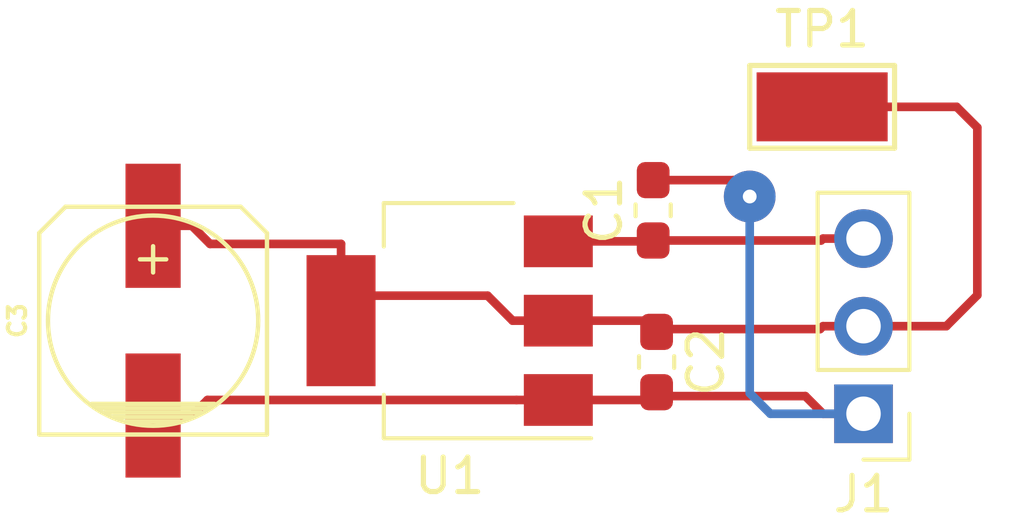
<source format=kicad_pcb>
(kicad_pcb (version 20171130) (host pcbnew 5.0.2-bee76a0~70~ubuntu18.04.1)

  (general
    (thickness 1.6)
    (drawings 0)
    (tracks 41)
    (zones 0)
    (modules 6)
    (nets 4)
  )

  (page A4)
  (layers
    (0 F.Cu signal)
    (31 B.Cu signal)
    (32 B.Adhes user)
    (33 F.Adhes user)
    (34 B.Paste user)
    (35 F.Paste user)
    (36 B.SilkS user)
    (37 F.SilkS user)
    (38 B.Mask user)
    (39 F.Mask user)
    (40 Dwgs.User user)
    (41 Cmts.User user)
    (42 Eco1.User user)
    (43 Eco2.User user)
    (44 Edge.Cuts user)
    (45 Margin user)
    (46 B.CrtYd user)
    (47 F.CrtYd user)
    (48 B.Fab user)
    (49 F.Fab user)
  )

  (setup
    (last_trace_width 0.25)
    (trace_clearance 0.2)
    (zone_clearance 0.508)
    (zone_45_only no)
    (trace_min 0.2)
    (segment_width 0.2)
    (edge_width 0.15)
    (via_size 1.5)
    (via_drill 0.4)
    (via_min_size 0.4)
    (via_min_drill 0.3)
    (uvia_size 0.3)
    (uvia_drill 0.1)
    (uvias_allowed no)
    (uvia_min_size 0.2)
    (uvia_min_drill 0.1)
    (pcb_text_width 0.3)
    (pcb_text_size 1.5 1.5)
    (mod_edge_width 0.15)
    (mod_text_size 1 1)
    (mod_text_width 0.15)
    (pad_size 1.524 1.524)
    (pad_drill 0.762)
    (pad_to_mask_clearance 0.051)
    (solder_mask_min_width 0.25)
    (aux_axis_origin 0 0)
    (visible_elements FFFFFF7F)
    (pcbplotparams
      (layerselection 0x010fc_ffffffff)
      (usegerberextensions false)
      (usegerberattributes false)
      (usegerberadvancedattributes false)
      (creategerberjobfile false)
      (excludeedgelayer true)
      (linewidth 0.100000)
      (plotframeref false)
      (viasonmask false)
      (mode 1)
      (useauxorigin false)
      (hpglpennumber 1)
      (hpglpenspeed 20)
      (hpglpendiameter 15.000000)
      (psnegative false)
      (psa4output false)
      (plotreference true)
      (plotvalue true)
      (plotinvisibletext false)
      (padsonsilk false)
      (subtractmaskfromsilk false)
      (outputformat 1)
      (mirror false)
      (drillshape 1)
      (scaleselection 1)
      (outputdirectory ""))
  )

  (net 0 "")
  (net 1 GND)
  (net 2 +5V)
  (net 3 /OUTPUT)

  (net_class Default "This is the default net class."
    (clearance 0.2)
    (trace_width 0.25)
    (via_dia 1.5)
    (via_drill 0.4)
    (uvia_dia 0.3)
    (uvia_drill 0.1)
    (add_net +5V)
    (add_net /OUTPUT)
    (add_net GND)
  )

  (module Connector_PinHeader_2.54mm:PinHeader_1x03_P2.54mm_Vertical (layer F.Cu) (tedit 59FED5CC) (tstamp 5C1653C6)
    (at 26.7 12.1 180)
    (descr "Through hole straight pin header, 1x03, 2.54mm pitch, single row")
    (tags "Through hole pin header THT 1x03 2.54mm single row")
    (path /5C078669)
    (fp_text reference J1 (at 0 -2.33 180) (layer F.SilkS)
      (effects (font (size 1 1) (thickness 0.15)))
    )
    (fp_text value Conn_01x03 (at 0 7.41 180) (layer F.Fab)
      (effects (font (size 1 1) (thickness 0.15)))
    )
    (fp_line (start -0.635 -1.27) (end 1.27 -1.27) (layer F.Fab) (width 0.1))
    (fp_line (start 1.27 -1.27) (end 1.27 6.35) (layer F.Fab) (width 0.1))
    (fp_line (start 1.27 6.35) (end -1.27 6.35) (layer F.Fab) (width 0.1))
    (fp_line (start -1.27 6.35) (end -1.27 -0.635) (layer F.Fab) (width 0.1))
    (fp_line (start -1.27 -0.635) (end -0.635 -1.27) (layer F.Fab) (width 0.1))
    (fp_line (start -1.33 6.41) (end 1.33 6.41) (layer F.SilkS) (width 0.12))
    (fp_line (start -1.33 1.27) (end -1.33 6.41) (layer F.SilkS) (width 0.12))
    (fp_line (start 1.33 1.27) (end 1.33 6.41) (layer F.SilkS) (width 0.12))
    (fp_line (start -1.33 1.27) (end 1.33 1.27) (layer F.SilkS) (width 0.12))
    (fp_line (start -1.33 0) (end -1.33 -1.33) (layer F.SilkS) (width 0.12))
    (fp_line (start -1.33 -1.33) (end 0 -1.33) (layer F.SilkS) (width 0.12))
    (fp_line (start -1.8 -1.8) (end -1.8 6.85) (layer F.CrtYd) (width 0.05))
    (fp_line (start -1.8 6.85) (end 1.8 6.85) (layer F.CrtYd) (width 0.05))
    (fp_line (start 1.8 6.85) (end 1.8 -1.8) (layer F.CrtYd) (width 0.05))
    (fp_line (start 1.8 -1.8) (end -1.8 -1.8) (layer F.CrtYd) (width 0.05))
    (fp_text user %R (at 0 2.54 270) (layer F.Fab)
      (effects (font (size 1 1) (thickness 0.15)))
    )
    (pad 1 thru_hole rect (at 0 0 180) (size 1.7 1.7) (drill 1) (layers *.Cu *.Mask)
      (net 1 GND))
    (pad 2 thru_hole oval (at 0 2.54 180) (size 1.7 1.7) (drill 1) (layers *.Cu *.Mask)
      (net 3 /OUTPUT))
    (pad 3 thru_hole oval (at 0 5.08 180) (size 1.7 1.7) (drill 1) (layers *.Cu *.Mask)
      (net 2 +5V))
    (model ${KISYS3DMOD}/Connector_PinHeader_2.54mm.3dshapes/PinHeader_1x03_P2.54mm_Vertical.wrl
      (at (xyz 0 0 0))
      (scale (xyz 1 1 1))
      (rotate (xyz 0 0 0))
    )
  )

  (module Capacitor_SMD:C_0603_1608Metric_Pad1.05x0.95mm_HandSolder (layer F.Cu) (tedit 5B301BBE) (tstamp 5C078727)
    (at 20.7 10.6 270)
    (descr "Capacitor SMD 0603 (1608 Metric), square (rectangular) end terminal, IPC_7351 nominal with elongated pad for handsoldering. (Body size source: http://www.tortai-tech.com/upload/download/2011102023233369053.pdf), generated with kicad-footprint-generator")
    (tags "capacitor handsolder")
    (path /5C0AD77C)
    (attr smd)
    (fp_text reference C2 (at 0 -1.43 270) (layer F.SilkS)
      (effects (font (size 1 1) (thickness 0.15)))
    )
    (fp_text value C104,0603 (at 0 1.43 270) (layer F.Fab)
      (effects (font (size 1 1) (thickness 0.15)))
    )
    (fp_text user %R (at 0 0 270) (layer F.Fab)
      (effects (font (size 0.4 0.4) (thickness 0.06)))
    )
    (fp_line (start 1.65 0.73) (end -1.65 0.73) (layer F.CrtYd) (width 0.05))
    (fp_line (start 1.65 -0.73) (end 1.65 0.73) (layer F.CrtYd) (width 0.05))
    (fp_line (start -1.65 -0.73) (end 1.65 -0.73) (layer F.CrtYd) (width 0.05))
    (fp_line (start -1.65 0.73) (end -1.65 -0.73) (layer F.CrtYd) (width 0.05))
    (fp_line (start -0.171267 0.51) (end 0.171267 0.51) (layer F.SilkS) (width 0.12))
    (fp_line (start -0.171267 -0.51) (end 0.171267 -0.51) (layer F.SilkS) (width 0.12))
    (fp_line (start 0.8 0.4) (end -0.8 0.4) (layer F.Fab) (width 0.1))
    (fp_line (start 0.8 -0.4) (end 0.8 0.4) (layer F.Fab) (width 0.1))
    (fp_line (start -0.8 -0.4) (end 0.8 -0.4) (layer F.Fab) (width 0.1))
    (fp_line (start -0.8 0.4) (end -0.8 -0.4) (layer F.Fab) (width 0.1))
    (pad 2 smd roundrect (at 0.875 0 270) (size 1.05 0.95) (layers F.Cu F.Paste F.Mask) (roundrect_rratio 0.25)
      (net 1 GND))
    (pad 1 smd roundrect (at -0.875 0 270) (size 1.05 0.95) (layers F.Cu F.Paste F.Mask) (roundrect_rratio 0.25)
      (net 3 /OUTPUT))
    (model ${KISYS3DMOD}/Capacitor_SMD.3dshapes/C_0603_1608Metric.wrl
      (at (xyz 0 0 0))
      (scale (xyz 1 1 1))
      (rotate (xyz 0 0 0))
    )
  )

  (module Capacitor_SMD:C_0603_1608Metric_Pad1.05x0.95mm_HandSolder (layer F.Cu) (tedit 5B301BBE) (tstamp 5C078716)
    (at 20.6 6.2 90)
    (descr "Capacitor SMD 0603 (1608 Metric), square (rectangular) end terminal, IPC_7351 nominal with elongated pad for handsoldering. (Body size source: http://www.tortai-tech.com/upload/download/2011102023233369053.pdf), generated with kicad-footprint-generator")
    (tags "capacitor handsolder")
    (path /5C0AD74D)
    (attr smd)
    (fp_text reference C1 (at 0 -1.43 90) (layer F.SilkS)
      (effects (font (size 1 1) (thickness 0.15)))
    )
    (fp_text value C104,0603 (at 0 1.43 90) (layer F.Fab)
      (effects (font (size 1 1) (thickness 0.15)))
    )
    (fp_line (start -0.8 0.4) (end -0.8 -0.4) (layer F.Fab) (width 0.1))
    (fp_line (start -0.8 -0.4) (end 0.8 -0.4) (layer F.Fab) (width 0.1))
    (fp_line (start 0.8 -0.4) (end 0.8 0.4) (layer F.Fab) (width 0.1))
    (fp_line (start 0.8 0.4) (end -0.8 0.4) (layer F.Fab) (width 0.1))
    (fp_line (start -0.171267 -0.51) (end 0.171267 -0.51) (layer F.SilkS) (width 0.12))
    (fp_line (start -0.171267 0.51) (end 0.171267 0.51) (layer F.SilkS) (width 0.12))
    (fp_line (start -1.65 0.73) (end -1.65 -0.73) (layer F.CrtYd) (width 0.05))
    (fp_line (start -1.65 -0.73) (end 1.65 -0.73) (layer F.CrtYd) (width 0.05))
    (fp_line (start 1.65 -0.73) (end 1.65 0.73) (layer F.CrtYd) (width 0.05))
    (fp_line (start 1.65 0.73) (end -1.65 0.73) (layer F.CrtYd) (width 0.05))
    (fp_text user %R (at 0 0 90) (layer F.Fab)
      (effects (font (size 0.4 0.4) (thickness 0.06)))
    )
    (pad 1 smd roundrect (at -0.875 0 90) (size 1.05 0.95) (layers F.Cu F.Paste F.Mask) (roundrect_rratio 0.25)
      (net 2 +5V))
    (pad 2 smd roundrect (at 0.875 0 90) (size 1.05 0.95) (layers F.Cu F.Paste F.Mask) (roundrect_rratio 0.25)
      (net 1 GND))
    (model ${KISYS3DMOD}/Capacitor_SMD.3dshapes/C_0603_1608Metric.wrl
      (at (xyz 0 0 0))
      (scale (xyz 1 1 1))
      (rotate (xyz 0 0 0))
    )
  )

  (module Package_TO_SOT_SMD:SOT-223-3_TabPin2 (layer F.Cu) (tedit 5A02FF57) (tstamp 5C078705)
    (at 14.7 9.4 180)
    (descr "module CMS SOT223 4 pins")
    (tags "CMS SOT")
    (path /5C0AD747)
    (attr smd)
    (fp_text reference U1 (at 0 -4.5 180) (layer F.SilkS)
      (effects (font (size 1 1) (thickness 0.15)))
    )
    (fp_text value AMS1117-3.3 (at 0 4.5 180) (layer F.Fab)
      (effects (font (size 1 1) (thickness 0.15)))
    )
    (fp_text user %R (at 0 0 270) (layer F.Fab)
      (effects (font (size 0.8 0.8) (thickness 0.12)))
    )
    (fp_line (start 1.91 3.41) (end 1.91 2.15) (layer F.SilkS) (width 0.12))
    (fp_line (start 1.91 -3.41) (end 1.91 -2.15) (layer F.SilkS) (width 0.12))
    (fp_line (start 4.4 -3.6) (end -4.4 -3.6) (layer F.CrtYd) (width 0.05))
    (fp_line (start 4.4 3.6) (end 4.4 -3.6) (layer F.CrtYd) (width 0.05))
    (fp_line (start -4.4 3.6) (end 4.4 3.6) (layer F.CrtYd) (width 0.05))
    (fp_line (start -4.4 -3.6) (end -4.4 3.6) (layer F.CrtYd) (width 0.05))
    (fp_line (start -1.85 -2.35) (end -0.85 -3.35) (layer F.Fab) (width 0.1))
    (fp_line (start -1.85 -2.35) (end -1.85 3.35) (layer F.Fab) (width 0.1))
    (fp_line (start -1.85 3.41) (end 1.91 3.41) (layer F.SilkS) (width 0.12))
    (fp_line (start -0.85 -3.35) (end 1.85 -3.35) (layer F.Fab) (width 0.1))
    (fp_line (start -4.1 -3.41) (end 1.91 -3.41) (layer F.SilkS) (width 0.12))
    (fp_line (start -1.85 3.35) (end 1.85 3.35) (layer F.Fab) (width 0.1))
    (fp_line (start 1.85 -3.35) (end 1.85 3.35) (layer F.Fab) (width 0.1))
    (pad 2 smd rect (at 3.15 0 180) (size 2 3.8) (layers F.Cu F.Paste F.Mask)
      (net 3 /OUTPUT))
    (pad 2 smd rect (at -3.15 0 180) (size 2 1.5) (layers F.Cu F.Paste F.Mask)
      (net 3 /OUTPUT))
    (pad 3 smd rect (at -3.15 2.3 180) (size 2 1.5) (layers F.Cu F.Paste F.Mask)
      (net 2 +5V))
    (pad 1 smd rect (at -3.15 -2.3 180) (size 2 1.5) (layers F.Cu F.Paste F.Mask)
      (net 1 GND))
    (model ${KISYS3DMOD}/Package_TO_SOT_SMD.3dshapes/SOT-223.wrl
      (at (xyz 0 0 0))
      (scale (xyz 1 1 1))
      (rotate (xyz 0 0 0))
    )
  )

  (module TestPoint:TestPoint_Keystone_5019_Minature (layer F.Cu) (tedit 5A0F774F) (tstamp 5C0786EF)
    (at 25.5 3.2)
    (descr "SMT Test Point- Micro Miniature 5019, http://www.keyelco.com/product-pdf.cfm?p=1357")
    (tags "Test Point")
    (path /5C0AD772)
    (attr smd)
    (fp_text reference TP1 (at 0 -2.25) (layer F.SilkS)
      (effects (font (size 1 1) (thickness 0.15)))
    )
    (fp_text value TestPoint (at 0 2.25) (layer F.Fab)
      (effects (font (size 1 1) (thickness 0.15)))
    )
    (fp_text user %R (at 0 0) (layer F.Fab)
      (effects (font (size 0.9 0.9) (thickness 0.135)))
    )
    (fp_line (start 0 0.5) (end 0 1) (layer F.Fab) (width 0.15))
    (fp_line (start 0 -1) (end 0 -0.5) (layer F.Fab) (width 0.15))
    (fp_line (start -1.9 -0.5) (end 1.9 -0.5) (layer F.Fab) (width 0.15))
    (fp_line (start 1.9 0.5) (end -1.9 0.5) (layer F.Fab) (width 0.15))
    (fp_line (start 1.25 -1) (end -1.25 -1) (layer F.Fab) (width 0.15))
    (fp_line (start -1.25 -1) (end -1.25 -0.5) (layer F.Fab) (width 0.15))
    (fp_line (start -1.25 -0.5) (end -1.75 -0.5) (layer F.Fab) (width 0.15))
    (fp_line (start -1.9 -0.5) (end -1.9 0.5) (layer F.Fab) (width 0.15))
    (fp_line (start -1.75 0.5) (end -1.25 0.5) (layer F.Fab) (width 0.15))
    (fp_line (start -1.25 0.5) (end -1.25 1) (layer F.Fab) (width 0.15))
    (fp_line (start -1.25 1) (end 1.25 1) (layer F.Fab) (width 0.15))
    (fp_line (start 1.25 1) (end 1.25 0.5) (layer F.Fab) (width 0.15))
    (fp_line (start 1.25 0.5) (end 1.75 0.5) (layer F.Fab) (width 0.15))
    (fp_line (start 1.9 0.5) (end 1.9 -0.5) (layer F.Fab) (width 0.15))
    (fp_line (start 1.75 -0.5) (end 1.25 -0.5) (layer F.Fab) (width 0.15))
    (fp_line (start 1.25 -0.5) (end 1.25 -1) (layer F.Fab) (width 0.15))
    (fp_line (start -2.35 -1.45) (end 2.35 -1.45) (layer F.CrtYd) (width 0.05))
    (fp_line (start 2.35 -1.45) (end 2.35 1.45) (layer F.CrtYd) (width 0.05))
    (fp_line (start 2.35 1.45) (end -2.35 1.45) (layer F.CrtYd) (width 0.05))
    (fp_line (start -2.35 1.45) (end -2.35 -1.45) (layer F.CrtYd) (width 0.05))
    (fp_line (start -2.1 -1.2) (end 2.1 -1.2) (layer F.SilkS) (width 0.15))
    (fp_line (start 2.1 -1.2) (end 2.1 1.2) (layer F.SilkS) (width 0.15))
    (fp_line (start 2.1 1.2) (end -2.1 1.2) (layer F.SilkS) (width 0.15))
    (fp_line (start -2.1 1.2) (end -2.1 -1.2) (layer F.SilkS) (width 0.15))
    (pad 1 smd rect (at 0 0) (size 3.8 2) (layers F.Cu F.Paste F.Mask)
      (net 3 /OUTPUT))
    (model ${KISYS3DMOD}/TestPoint.3dshapes/TestPoint_Keystone_5019_Minature.wrl
      (at (xyz 0 0 0))
      (scale (xyz 1 1 1))
      (rotate (xyz 0 0 0))
    )
  )

  (module w_smd_cap:c_elec_6.3x7.7 (layer F.Cu) (tedit 0) (tstamp 5C078833)
    (at 6.1 9.4 90)
    (descr "SMT capacitor, aluminium electrolytic, 6.3x7.7")
    (path /5C04F461)
    (fp_text reference C3 (at 0 -3.937 90) (layer F.SilkS)
      (effects (font (size 0.50038 0.50038) (thickness 0.11938)))
    )
    (fp_text value CP47uf,50V (at 0 3.81 90) (layer F.SilkS) hide
      (effects (font (size 0.50038 0.50038) (thickness 0.11938)))
    )
    (fp_line (start -2.921 -0.762) (end -2.921 0.762) (layer F.SilkS) (width 0.127))
    (fp_line (start -2.794 1.143) (end -2.794 -1.143) (layer F.SilkS) (width 0.127))
    (fp_line (start -2.667 -1.397) (end -2.667 1.397) (layer F.SilkS) (width 0.127))
    (fp_line (start -2.54 1.651) (end -2.54 -1.651) (layer F.SilkS) (width 0.127))
    (fp_line (start -2.413 -1.778) (end -2.413 1.778) (layer F.SilkS) (width 0.127))
    (fp_circle (center 0 0) (end -3.048 0) (layer F.SilkS) (width 0.127))
    (fp_line (start -3.302 -3.302) (end -3.302 3.302) (layer F.SilkS) (width 0.127))
    (fp_line (start -3.302 3.302) (end 2.54 3.302) (layer F.SilkS) (width 0.127))
    (fp_line (start 2.54 3.302) (end 3.302 2.54) (layer F.SilkS) (width 0.127))
    (fp_line (start 3.302 2.54) (end 3.302 -2.54) (layer F.SilkS) (width 0.127))
    (fp_line (start 3.302 -2.54) (end 2.54 -3.302) (layer F.SilkS) (width 0.127))
    (fp_line (start 2.54 -3.302) (end -3.302 -3.302) (layer F.SilkS) (width 0.127))
    (fp_line (start 2.159 0) (end 1.397 0) (layer F.SilkS) (width 0.127))
    (fp_line (start 1.778 -0.381) (end 1.778 0.381) (layer F.SilkS) (width 0.127))
    (pad 1 smd rect (at 2.75082 0 90) (size 3.59918 1.6002) (layers F.Cu F.Paste F.Mask)
      (net 3 /OUTPUT))
    (pad 2 smd rect (at -2.75082 0 90) (size 3.59918 1.6002) (layers F.Cu F.Paste F.Mask)
      (net 1 GND))
    (model ${HOME}/_workspace/kicad/kicad_library/smisioto-footprints/modules/packages3d/walter/smd_cap/c_elec_6_3x7_7.wrl
      (at (xyz 0 0 0))
      (scale (xyz 1 1 1))
      (rotate (xyz 0 0 0))
    )
  )

  (segment (start 20.7 11.5875) (end 25.0122 11.5875) (width 0.25) (layer F.Cu) (net 1))
  (segment (start 25.0122 11.5875) (end 25.5247 12.1) (width 0.25) (layer F.Cu) (net 1))
  (segment (start 17.85 11.7) (end 20.5875 11.7) (width 0.25) (layer F.Cu) (net 1))
  (segment (start 20.5875 11.7) (end 20.7 11.5875) (width 0.25) (layer F.Cu) (net 1))
  (segment (start 20.7 11.5875) (end 20.7 11.475) (width 0.25) (layer F.Cu) (net 1))
  (segment (start 26.7 12.1) (end 25.5247 12.1) (width 0.25) (layer F.Cu) (net 1))
  (segment (start 17.1874 11.7) (end 17.85 11.7) (width 0.25) (layer F.Cu) (net 1))
  (segment (start 6.1 12.1508) (end 7.2254 12.1508) (width 0.25) (layer F.Cu) (net 1))
  (segment (start 16.6373 11.7) (end 7.6762 11.7) (width 0.25) (layer F.Cu) (net 1))
  (segment (start 7.6762 11.7) (end 7.2254 12.1508) (width 0.25) (layer F.Cu) (net 1))
  (segment (start 17.1874 11.7) (end 16.6373 11.7) (width 0.25) (layer F.Cu) (net 1))
  (via (at 23.4 5.8) (size 1.5) (drill 0.4) (layers F.Cu B.Cu) (net 1))
  (segment (start 20.6 5.325) (end 22.925 5.325) (width 0.25) (layer F.Cu) (net 1))
  (segment (start 22.925 5.325) (end 23.4 5.8) (width 0.25) (layer F.Cu) (net 1))
  (segment (start 23.4 5.8) (end 23.4 11.5) (width 0.25) (layer B.Cu) (net 1))
  (segment (start 24 12.1) (end 26.7 12.1) (width 0.25) (layer B.Cu) (net 1))
  (segment (start 23.4 11.5) (end 24 12.1) (width 0.25) (layer B.Cu) (net 1))
  (segment (start 20.6 7.075) (end 25.4697 7.075) (width 0.25) (layer F.Cu) (net 2))
  (segment (start 25.4697 7.075) (end 25.5247 7.02) (width 0.25) (layer F.Cu) (net 2))
  (segment (start 17.85 7.1) (end 20.575 7.1) (width 0.25) (layer F.Cu) (net 2))
  (segment (start 20.575 7.1) (end 20.6 7.075) (width 0.25) (layer F.Cu) (net 2))
  (segment (start 26.7 7.02) (end 25.5247 7.02) (width 0.25) (layer F.Cu) (net 2))
  (segment (start 26.7 9.56) (end 25.5247 9.56) (width 0.25) (layer F.Cu) (net 3))
  (segment (start 20.7 9.6437) (end 25.441 9.6437) (width 0.25) (layer F.Cu) (net 3))
  (segment (start 25.441 9.6437) (end 25.5247 9.56) (width 0.25) (layer F.Cu) (net 3))
  (segment (start 20.7 9.6437) (end 20.4563 9.4) (width 0.25) (layer F.Cu) (net 3))
  (segment (start 20.4563 9.4) (end 17.85 9.4) (width 0.25) (layer F.Cu) (net 3))
  (segment (start 20.7 9.725) (end 20.7 9.6437) (width 0.25) (layer F.Cu) (net 3))
  (segment (start 17.85 9.4) (end 16.5247 9.4) (width 0.25) (layer F.Cu) (net 3))
  (segment (start 11.55 8.675) (end 15.7997 8.675) (width 0.25) (layer F.Cu) (net 3))
  (segment (start 15.7997 8.675) (end 16.5247 9.4) (width 0.25) (layer F.Cu) (net 3))
  (segment (start 11.55 8.675) (end 11.55 7.1747) (width 0.25) (layer F.Cu) (net 3))
  (segment (start 11.55 9.4) (end 11.55 8.675) (width 0.25) (layer F.Cu) (net 3))
  (segment (start 6.1 6.6492) (end 7.2254 6.6492) (width 0.25) (layer F.Cu) (net 3))
  (segment (start 7.2254 6.6492) (end 7.7509 7.1747) (width 0.25) (layer F.Cu) (net 3))
  (segment (start 7.7509 7.1747) (end 11.55 7.1747) (width 0.25) (layer F.Cu) (net 3))
  (segment (start 25.5 3.2) (end 29.4 3.2) (width 0.25) (layer F.Cu) (net 3))
  (segment (start 29.4 3.2) (end 30 3.8) (width 0.25) (layer F.Cu) (net 3))
  (segment (start 30 3.8) (end 30 8.66) (width 0.25) (layer F.Cu) (net 3))
  (segment (start 30 8.66) (end 29.1 9.56) (width 0.25) (layer F.Cu) (net 3))
  (segment (start 26.7 9.56) (end 29.1 9.56) (width 0.25) (layer F.Cu) (net 3))

)

</source>
